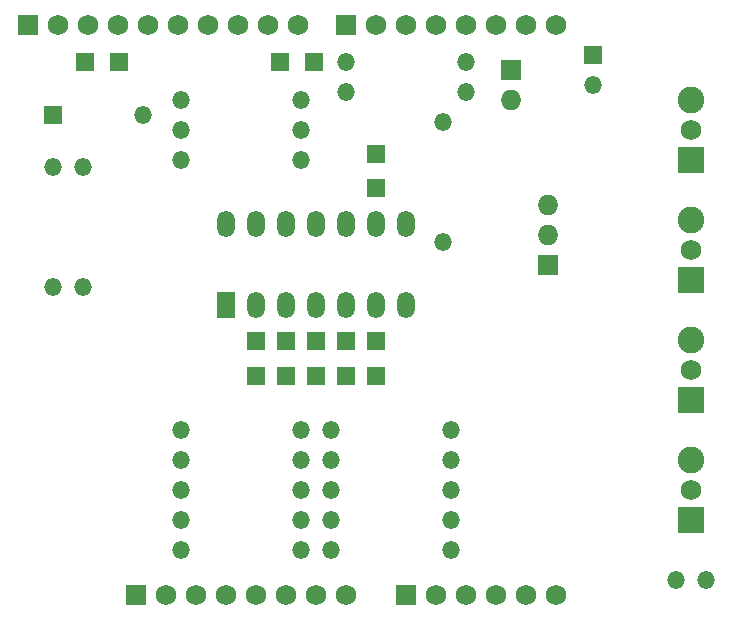
<source format=gts>
G04 (created by PCBNEW (22-Jun-2014 BZR 4027)-stable) date Sat 31 Mar 2018 01:43:06 AM CDT*
%MOIN*%
G04 Gerber Fmt 3.4, Leading zero omitted, Abs format*
%FSLAX34Y34*%
G01*
G70*
G90*
G04 APERTURE LIST*
%ADD10C,0.00590551*%
%ADD11R,0.059X0.059*%
%ADD12O,0.059X0.059*%
%ADD13R,0.059X0.0885*%
%ADD14O,0.059X0.0885*%
%ADD15R,0.064X0.059*%
%ADD16R,0.059X0.064*%
%ADD17R,0.069X0.069*%
%ADD18C,0.069*%
%ADD19O,0.069X0.069*%
%ADD20R,0.089X0.089*%
%ADD21C,0.089*%
G04 APERTURE END LIST*
G54D10*
G54D11*
X88250Y-50000D03*
G54D12*
X88250Y-51000D03*
G54D13*
X76000Y-58352D03*
G54D14*
X77000Y-58352D03*
X78000Y-58352D03*
X79000Y-58352D03*
X79000Y-55647D03*
X78000Y-55647D03*
X77000Y-55647D03*
X76000Y-55647D03*
X80000Y-58352D03*
X81000Y-58352D03*
X82000Y-58352D03*
X80000Y-55647D03*
X81000Y-55647D03*
X82000Y-55647D03*
G54D15*
X71300Y-50250D03*
X72450Y-50250D03*
G54D16*
X77000Y-59550D03*
X77000Y-60700D03*
X78000Y-59550D03*
X78000Y-60700D03*
X81000Y-54450D03*
X81000Y-53300D03*
X81000Y-59550D03*
X81000Y-60700D03*
X80000Y-59550D03*
X80000Y-60700D03*
X79000Y-59550D03*
X79000Y-60700D03*
G54D17*
X73000Y-68000D03*
G54D18*
X74000Y-68000D03*
X75000Y-68000D03*
X76000Y-68000D03*
X77000Y-68000D03*
X78000Y-68000D03*
X79000Y-68000D03*
X80000Y-68000D03*
G54D17*
X80000Y-49000D03*
G54D18*
X81000Y-49000D03*
X82000Y-49000D03*
X83000Y-49000D03*
X84000Y-49000D03*
X85000Y-49000D03*
X86000Y-49000D03*
X87000Y-49000D03*
G54D17*
X82000Y-68000D03*
G54D18*
X83000Y-68000D03*
X84000Y-68000D03*
X85000Y-68000D03*
X86000Y-68000D03*
X87000Y-68000D03*
G54D17*
X69400Y-49000D03*
G54D18*
X70400Y-49000D03*
X71400Y-49000D03*
X72400Y-49000D03*
X73400Y-49000D03*
X74400Y-49000D03*
X75400Y-49000D03*
X76400Y-49000D03*
X77400Y-49000D03*
X78400Y-49000D03*
G54D17*
X85500Y-50500D03*
G54D19*
X85500Y-51500D03*
G54D12*
X92000Y-67500D03*
X91000Y-67500D03*
G54D20*
X91500Y-53500D03*
G54D21*
X91500Y-51500D03*
G54D18*
X91500Y-52500D03*
G54D20*
X91500Y-57500D03*
G54D21*
X91500Y-55500D03*
G54D18*
X91500Y-56500D03*
G54D20*
X91500Y-61500D03*
G54D21*
X91500Y-59500D03*
G54D18*
X91500Y-60500D03*
G54D20*
X91500Y-65500D03*
G54D21*
X91500Y-63500D03*
G54D18*
X91500Y-64500D03*
G54D12*
X78500Y-51500D03*
X74500Y-51500D03*
X74500Y-53500D03*
X78500Y-53500D03*
X71250Y-57750D03*
X71250Y-53750D03*
X80000Y-50250D03*
X84000Y-50250D03*
G54D11*
X70250Y-52000D03*
G54D12*
X73250Y-52000D03*
X79500Y-62500D03*
X83500Y-62500D03*
X83500Y-63500D03*
X79500Y-63500D03*
X79500Y-64500D03*
X83500Y-64500D03*
X79500Y-66500D03*
X83500Y-66500D03*
X83500Y-65500D03*
X79500Y-65500D03*
X78500Y-62500D03*
X74500Y-62500D03*
X74500Y-63500D03*
X78500Y-63500D03*
X78500Y-64500D03*
X74500Y-64500D03*
X74500Y-65500D03*
X78500Y-65500D03*
X78500Y-66500D03*
X74500Y-66500D03*
X83250Y-56250D03*
X83250Y-52250D03*
X80000Y-51250D03*
X84000Y-51250D03*
X70250Y-57750D03*
X70250Y-53750D03*
X78500Y-52500D03*
X74500Y-52500D03*
G54D15*
X78950Y-50250D03*
X77800Y-50250D03*
G54D17*
X86750Y-57000D03*
G54D19*
X86750Y-56000D03*
X86750Y-55000D03*
M02*

</source>
